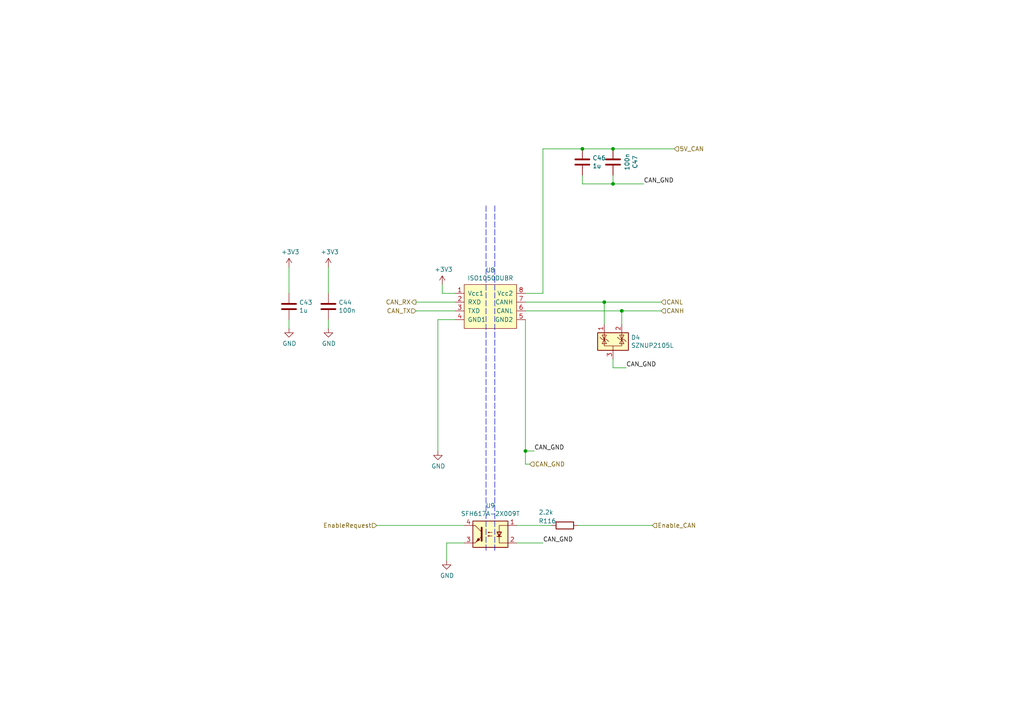
<source format=kicad_sch>
(kicad_sch (version 20250114) (generator "eeschema") (generator_version "9.0")
  (paper "A4")
  (lib_symbols
    (symbol "BMS-Master-rescue:+3.3V-power-BMS-Master-rescue" (power) (pin_names (offset 0))
      (property "Value" "+3.3V-power-BMS-Master-rescue" (at 0 3.556 0))
      (symbol "+3.3V-power-BMS-Master-rescue_0_1"
        (polyline (pts (xy -0.762 1.27) (xy 0 2.54)))
        (polyline (pts (xy 0 2.54) (xy 0.762 1.27)))
        (polyline (pts (xy 0 0) (xy 0 2.54)))
      )
      (symbol "+3.3V-power-BMS-Master-rescue_1_1"
        (pin power_in line (at 0 0 90) (length 0) (hide yes) (name "+3V3") (number "1"))
      )
    )
    (symbol "BMS-Master-rescue:C-Device-BMS-Master-rescue" (pin_numbers (hide yes)) (pin_names (offset 0.254))
      (property "Reference" "C" (at 0.635 2.54 0))
      (property "Value" "C-Device-BMS-Master-rescue" (at 0.635 -2.54 0))
      (symbol "C-Device-BMS-Master-rescue_0_1"
        (polyline (pts (xy -2.032 0.762) (xy 2.032 0.762)) (stroke (width 0.508)))
        (polyline (pts (xy -2.032 -0.762) (xy 2.032 -0.762)) (stroke (width 0.508)))
      )
      (symbol "C-Device-BMS-Master-rescue_1_1"
        (pin passive line (at 0 3.81 270) (length 2.794) (name "~") (number "1"))
        (pin passive line (at 0 -3.81 90) (length 2.794) (name "~") (number "2"))
      )
    )
    (symbol "BMS-Master-rescue:GND-power-BMS-Master-rescue" (power) (pin_names (offset 0))
      (property "Value" "GND-power-BMS-Master-rescue" (at 0 -3.81 0))
      (symbol "GND-power-BMS-Master-rescue_0_1"
        (polyline (pts (xy 0 0) (xy 0 -1.27) (xy 1.27 -1.27) (xy 0 -2.54) (xy -1.27 -1.27) (xy 0 -1.27)))
      )
      (symbol "GND-power-BMS-Master-rescue_1_1"
        (pin power_in line (at 0 0 270) (length 0) (hide yes) (name "GND") (number "1"))
      )
    )
    (symbol "BMS-Master-rescue:R-Device-BMS-Master-rescue" (pin_numbers (hide yes)) (pin_names (offset 0))
      (property "Reference" "R" (at 2.032 0 90))
      (property "Value" "R-Device-BMS-Master-rescue" (at 0 0 90))
      (symbol "R-Device-BMS-Master-rescue_0_1"
        (rectangle (start -1.016 -2.54) (end 1.016 2.54) (stroke (width 0.254)))
      )
      (symbol "R-Device-BMS-Master-rescue_1_1"
        (pin passive line (at 0 3.81 270) (length 1.27) (name "~") (number "1"))
        (pin passive line (at 0 -3.81 90) (length 1.27) (name "~") (number "2"))
      )
    )
    (symbol "ENNOID:ISO1050DUBR" (pin_names (offset 1.016))
      (property "Reference" "U" (at 0 7.62 0))
      (property "Value" "ISO1050DUBR" (at 0 -7.62 0))
      (symbol "ISO1050DUBR_0_1"
        (rectangle (start -7.62 -6.35) (end 7.62 6.35) (fill (type background)))
      )
      (symbol "ISO1050DUBR_1_1"
        (pin power_in line (at -10.16 3.81 0) (length 2.54) (name "Vcc1") (number "1"))
        (pin input line (at -10.16 1.27 0) (length 2.54) (name "RXD") (number "2"))
        (pin output line (at -10.16 -1.27 0) (length 2.54) (name "TXD") (number "3"))
        (pin passive line (at -10.16 -3.81 0) (length 2.54) (name "GND1") (number "4"))
        (pin power_in line (at 10.16 3.81 180) (length 2.54) (name "Vcc2") (number "8"))
        (pin bidirectional line (at 10.16 1.27 180) (length 2.54) (name "CANH") (number "7"))
        (pin bidirectional line (at 10.16 -1.27 180) (length 2.54) (name "CANL") (number "6"))
        (pin passive line (at 10.16 -3.81 180) (length 2.54) (name "GND2") (number "5"))
      )
    )
    (symbol "Isolator:SFH617A-2X017T"
      (property "Reference" "U" (at -5.08 6.35 0))
      (property "Value" "SFH617A-2X017T" (at -5.08 -6.35 0))
      (symbol "SFH617A-2X017T_0_1"
        (rectangle (start -5.08 3.81) (end 5.08 -3.81) (stroke (width 0.254)) (fill (type background)))
        (polyline (pts (xy -5.08 2.54) (xy -2.54 2.54) (xy -2.54 -1.27) (xy -2.54 0.635)))
        (polyline (pts (xy -3.175 -0.635) (xy -1.905 -0.635)) (stroke (width 0.254)))
        (polyline (pts (xy -2.54 -0.635) (xy -2.54 -2.54) (xy -5.08 -2.54)))
        (polyline (pts (xy -2.54 -0.635) (xy -3.175 0.635) (xy -1.905 0.635) (xy -2.54 -0.635)) (stroke (width 0.254)))
        (polyline (pts (xy -0.508 0.508) (xy 0.762 0.508) (xy 0.381 0.381) (xy 0.381 0.635) (xy 0.762 0.508)))
        (polyline (pts (xy -0.508 -0.508) (xy 0.762 -0.508) (xy 0.381 -0.635) (xy 0.381 -0.381) (xy 0.762 -0.508)))
        (polyline (pts (xy 2.54 1.905) (xy 2.54 -1.905)) (stroke (width 0.508)))
        (polyline (pts (xy 2.54 0.635) (xy 4.445 2.54)))
        (polyline (pts (xy 3.048 -1.651) (xy 3.556 -1.143) (xy 4.064 -2.159) (xy 3.048 -1.651)) (fill (type outline)))
        (polyline (pts (xy 4.445 2.54) (xy 5.08 2.54)))
        (polyline (pts (xy 4.445 -2.54) (xy 2.54 -0.635)) (fill (type outline)))
        (polyline (pts (xy 4.445 -2.54) (xy 5.08 -2.54)))
      )
      (symbol "SFH617A-2X017T_1_1"
        (pin passive line (at -7.62 2.54 0) (length 2.54) (name "~") (number "1"))
        (pin passive line (at -7.62 -2.54 0) (length 2.54) (name "~") (number "2"))
        (pin passive line (at 7.62 2.54 180) (length 2.54) (name "~") (number "4"))
        (pin passive line (at 7.62 -2.54 180) (length 2.54) (name "~") (number "3"))
      )
    )
    (symbol "Power_Protection:SZNUP2105L" (pin_names (hide yes))
      (property "Reference" "D" (at 5.715 2.54 0))
      (property "Value" "SZNUP2105L" (at 5.715 0.635 0))
      (symbol "SZNUP2105L_0_0"
        (pin passive line (at 0 -5.08 90) (length 2.54) (name "A") (number "3"))
      )
      (symbol "SZNUP2105L_0_1"
        (rectangle (start -4.445 2.54) (end 4.445 -2.54) (stroke (width 0.254)) (fill (type background)))
        (polyline (pts (xy -3.81 1.27) (xy -3.175 0.635) (xy -1.905 0.635) (xy -1.27 0)))
        (polyline (pts (xy -2.54 2.54) (xy -2.54 0.635)))
        (polyline (pts (xy -2.54 0.635) (xy -2.54 -1.27) (xy 2.54 -1.27) (xy 2.54 0.635)))
        (polyline (pts (xy -2.54 0.635) (xy -1.905 -0.635) (xy -3.175 -0.635) (xy -2.54 0.635)))
        (polyline (pts (xy -2.54 0.635) (xy -3.175 1.905) (xy -1.905 1.905) (xy -2.54 0.635) (xy -2.54 1.27)))
        (polyline (pts (xy 0 -1.27) (xy 0 -2.54)))
        (polyline (pts (xy 1.27 1.27) (xy 1.905 0.635) (xy 2.54 0.635) (xy 3.175 0.635) (xy 3.81 0)))
        (polyline (pts (xy 2.54 2.54) (xy 2.54 0.635)))
        (polyline (pts (xy 2.54 0.635) (xy 1.905 -0.635) (xy 3.175 -0.635) (xy 2.54 0.635)))
        (polyline (pts (xy 2.54 0.635) (xy 3.175 1.905) (xy 1.905 1.905) (xy 2.54 0.635)))
      )
      (symbol "SZNUP2105L_1_1"
        (pin passive line (at -2.54 5.08 270) (length 2.54) (name "K") (number "1"))
        (pin passive line (at 2.54 5.08 270) (length 2.54) (name "K") (number "2"))
      )
    )
  )
  (junction (at 180.34 90.17))
  (junction (at 152.4 130.81))
  (junction (at 175.26 87.63))
  (junction (at 168.91 43.18))
  (junction (at 177.8 43.18))
  (junction (at 177.8 53.34))
  (wire (pts (xy 83.82 77.47) (xy 83.82 85.09)))
  (wire (pts (xy 195.58 43.18) (xy 177.8 43.18)))
  (wire (pts (xy 95.25 77.47) (xy 95.25 85.09)))
  (wire (pts (xy 168.91 53.34) (xy 177.8 53.34)))
  (wire (pts (xy 168.91 50.8) (xy 168.91 53.34)))
  (wire (pts (xy 152.4 90.17) (xy 180.34 90.17)))
  (wire (pts (xy 149.86 157.48) (xy 157.48 157.48)))
  (wire (pts (xy 83.82 92.71) (xy 83.82 95.25)))
  (wire (pts (xy 177.8 50.8) (xy 177.8 53.34)))
  (wire (pts (xy 128.27 85.09) (xy 132.08 85.09)))
  (wire (pts (xy 134.62 157.48) (xy 129.54 157.48)))
  (wire (pts (xy 157.48 43.18) (xy 157.48 85.09)))
  (polyline (pts (xy 143.51 59.69) (xy 143.51 160.02)) (stroke (width 0) (type dash)))
  (wire (pts (xy 177.8 53.34) (xy 186.69 53.34)))
  (wire (pts (xy 134.62 152.4) (xy 109.22 152.4)))
  (wire (pts (xy 175.26 93.98) (xy 175.26 87.63)))
  (wire (pts (xy 127 92.71) (xy 127 130.81)))
  (wire (pts (xy 168.91 43.18) (xy 157.48 43.18)))
  (polyline (pts (xy 140.97 59.69) (xy 140.97 160.02)) (stroke (width 0) (type dash)))
  (wire (pts (xy 95.25 92.71) (xy 95.25 95.25)))
  (wire (pts (xy 157.48 85.09) (xy 152.4 85.09)))
  (wire (pts (xy 180.34 90.17) (xy 191.77 90.17)))
  (wire (pts (xy 177.8 104.14) (xy 177.8 106.68)))
  (wire (pts (xy 129.54 157.48) (xy 129.54 162.56)))
  (wire (pts (xy 177.8 106.68) (xy 181.61 106.68)))
  (wire (pts (xy 120.65 90.17) (xy 132.08 90.17)))
  (wire (pts (xy 128.27 82.55) (xy 128.27 85.09)))
  (wire (pts (xy 132.08 92.71) (xy 127 92.71)))
  (wire (pts (xy 175.26 87.63) (xy 191.77 87.63)))
  (wire (pts (xy 153.67 134.62) (xy 152.4 134.62)))
  (wire (pts (xy 152.4 130.81) (xy 154.94 130.81)))
  (wire (pts (xy 180.34 93.98) (xy 180.34 90.17)))
  (wire (pts (xy 167.64 152.4) (xy 189.23 152.4)))
  (wire (pts (xy 149.86 152.4) (xy 160.02 152.4)))
  (wire (pts (xy 120.65 87.63) (xy 132.08 87.63)))
  (wire (pts (xy 152.4 134.62) (xy 152.4 130.81)))
  (wire (pts (xy 152.4 87.63) (xy 175.26 87.63)))
  (wire (pts (xy 177.8 43.18) (xy 168.91 43.18)))
  (wire (pts (xy 152.4 92.71) (xy 152.4 130.81)))
  (label "CAN_GND" (at 181.61 106.68 0))
  (label "CAN_GND" (at 157.48 157.48 0))
  (label "CAN_GND" (at 154.94 130.81 0))
  (label "CAN_GND" (at 186.69 53.34 0))
  (hierarchical_label "CAN_RX" (shape output) (at 120.65 87.63 180))
  (hierarchical_label "CAN_TX" (shape input) (at 120.65 90.17 180))
  (hierarchical_label "Enable_CAN" (shape input) (at 189.23 152.4 0))
  (hierarchical_label "CANH" (shape input) (at 191.77 90.17 0))
  (hierarchical_label "CANL" (shape input) (at 191.77 87.63 0))
  (hierarchical_label "EnableRequest" (shape input) (at 109.22 152.4 180))
  (hierarchical_label "CAN_GND" (shape input) (at 153.67 134.62 0))
  (hierarchical_label "5V_CAN" (shape input) (at 195.58 43.18 0))
  (symbol (lib_id "ENNOID:ISO1050DUBR") (at 142.24 88.9 0) (unit 1)
    (property "Reference" "U8" (at 142.24 78.359 0))
    (property "Value" "ISO1050DUBR" (at 142.24 80.6704 0))
    (property "Footprint" "ENNOID:ISO1050" (effects (hide yes)))
    (property "MPN" "ISO1050DUBR" (effects (hide yes)))
  )
  (symbol (lib_id "BMS-Master-rescue:+3.3V-power-BMS-Master-rescue") (at 128.27 82.55 0) (unit 1)
    (property "Reference" "#PWR0183" (effects (hide yes)))
    (property "Value" "+3V3" (at 128.651 78.1558 0))
  )
  (symbol (lib_id "BMS-Master-rescue:GND-power-BMS-Master-rescue") (at 127 130.81 0) (unit 1)
    (property "Reference" "#PWR0184" (effects (hide yes)))
    (property "Value" "GND" (at 127.127 135.2042 0))
  )
  (symbol (lib_id "BMS-Master-rescue:C-Device-BMS-Master-rescue") (at 95.25 88.9 0) (unit 1)
    (property "Reference" "C44" (at 98.171 87.7316 0) (effects (justify left)))
    (property "Value" "100n" (at 98.171 90.043 0) (effects (justify left)))
    (property "Footprint" "Capacitor_SMD:C_0603_1608Metric" (effects (hide yes)))
    (property "MPN" "GRM188R71E104KA01D" (effects (hide yes)))
  )
  (symbol (lib_id "BMS-Master-rescue:+3.3V-power-BMS-Master-rescue") (at 95.25 77.47 0) (unit 1)
    (property "Reference" "#PWR0185" (effects (hide yes)))
    (property "Value" "+3V3" (at 95.631 73.0758 0))
  )
  (symbol (lib_id "BMS-Master-rescue:GND-power-BMS-Master-rescue") (at 95.25 95.25 0) (unit 1)
    (property "Reference" "#PWR0186" (effects (hide yes)))
    (property "Value" "GND" (at 95.377 99.6442 0))
  )
  (symbol (lib_id "BMS-Master-rescue:C-Device-BMS-Master-rescue") (at 83.82 88.9 0) (unit 1)
    (property "Reference" "C43" (at 86.741 87.7316 0) (effects (justify left)))
    (property "Value" "1u" (at 86.741 90.043 0) (effects (justify left)))
    (property "Footprint" "Capacitor_SMD:C_0603_1608Metric" (effects (hide yes)))
    (property "MPN" "GRM188R71E105KA12D" (effects (hide yes)))
  )
  (symbol (lib_id "BMS-Master-rescue:+3.3V-power-BMS-Master-rescue") (at 83.82 77.47 0) (unit 1)
    (property "Reference" "#PWR0187" (effects (hide yes)))
    (property "Value" "+3V3" (at 84.201 73.0758 0))
  )
  (symbol (lib_id "BMS-Master-rescue:GND-power-BMS-Master-rescue") (at 83.82 95.25 0) (unit 1)
    (property "Reference" "#PWR0188" (effects (hide yes)))
    (property "Value" "GND" (at 83.947 99.6442 0))
  )
  (symbol (lib_id "BMS-Master-rescue:C-Device-BMS-Master-rescue") (at 177.8 46.99 180) (unit 1)
    (property "Reference" "C47" (at 184.2008 46.99 90))
    (property "Value" "100n" (at 181.8894 46.99 90))
    (property "Footprint" "Capacitor_SMD:C_0603_1608Metric" (effects (hide yes)))
    (property "MPN" "GRM188R71E104KA01D" (effects (hide yes)))
  )
  (symbol (lib_id "BMS-Master-rescue:C-Device-BMS-Master-rescue") (at 168.91 46.99 0) (unit 1)
    (property "Reference" "C46" (at 171.831 45.8216 0) (effects (justify left)))
    (property "Value" "1u" (at 171.831 48.133 0) (effects (justify left)))
    (property "Footprint" "Capacitor_SMD:C_0603_1608Metric" (effects (hide yes)))
    (property "MPN" "GRM188R71E105KA12D" (effects (hide yes)))
  )
  (symbol (lib_id "Power_Protection:SZNUP2105L") (at 177.8 99.06 0) (unit 1)
    (property "Reference" "D4" (at 183.007 97.8916 0) (effects (justify left)))
    (property "Value" "SZNUP2105L" (at 183.007 100.203 0) (effects (justify left)))
    (property "Footprint" "TO_SOT_Packages_SMD:SOT-23" (effects (hide yes)))
    (property "Datasheet" "http://www.onsemi.com/pub_link/Collateral/NUP2105L-D.PDF" (effects (hide yes)))
    (property "MPN" "SZNUP2105LT1G" (effects (hide yes)))
  )
  (symbol (lib_id "Isolator:SFH617A-2X017T") (at 142.24 154.94 0) (mirror y) (unit 1)
    (property "Reference" "U9" (at 142.24 146.685 0))
    (property "Value" "SFH617A-2X009T" (at 142.24 148.9964 0))
    (property "Footprint" "Housings_DIP:SMDIP-4_W9.53mm_Clearance8mm" (effects (hide yes)))
    (property "Datasheet" "http://www.vishay.com/docs/83740/sfh617a.pdf" (effects (hide yes)))
    (property "MPN" "SFH617A-2X009T" (effects (hide yes)))
  )
  (symbol (lib_id "BMS-Master-rescue:GND-power-BMS-Master-rescue") (at 129.54 162.56 0) (unit 1)
    (property "Reference" "#PWR0189" (effects (hide yes)))
    (property "Value" "GND" (at 129.667 166.9542 0))
  )
  (symbol (lib_id "BMS-Master-rescue:R-Device-BMS-Master-rescue") (at 163.83 152.4 270) (unit 1)
    (property "Reference" "R116" (at 156.21 151.13 90) (effects (justify left)))
    (property "Value" "2.2k" (at 156.21 148.59 90) (effects (justify left)))
    (property "Footprint" "Resistor_SMD:R_0603_1608Metric" (effects (hide yes)))
    (property "MPN" "RC0603JR-072K2L" (effects (hide yes)))
  )
)
</source>
